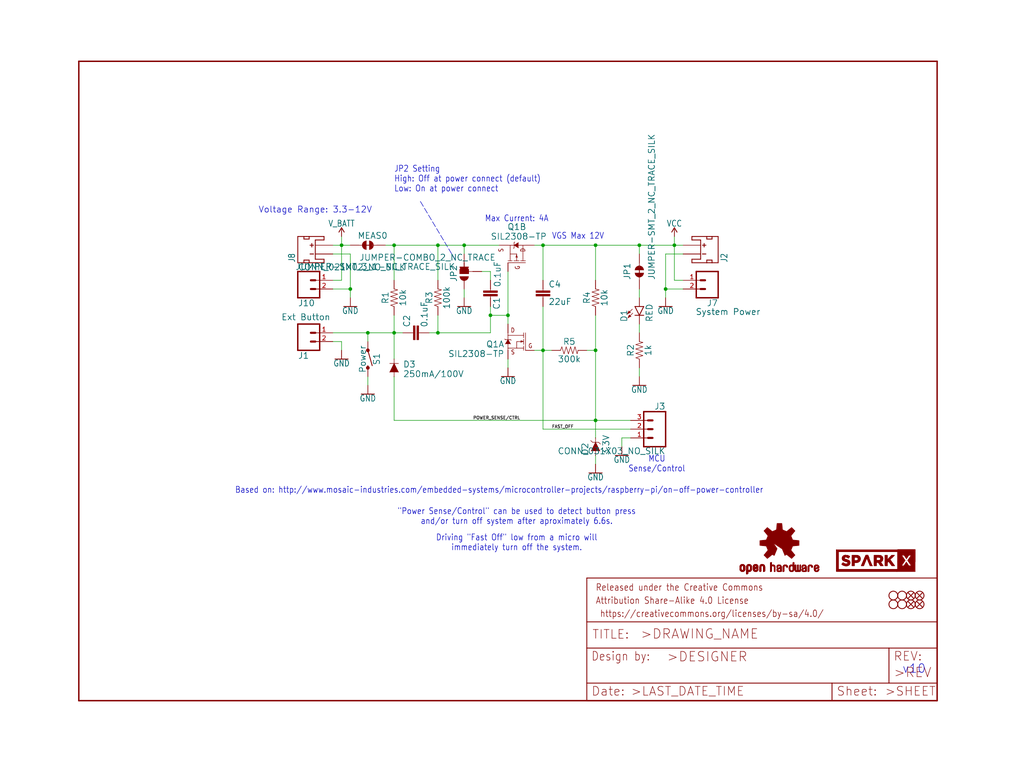
<source format=kicad_sch>
(kicad_sch (version 20211123) (generator eeschema)
  (paper "User" 297.002 223.926)
  (lib_symbols
    (symbol "eagleSchem-eagle-import:0.1UF-0603-25V-5%"
      (property "Reference" "C" (at 1.524 2.921 0))
      (property "Value" "0.1UF-0603-25V-5%" (at 1.524 -2.159 0))
      (symbol "0.1UF-0603-25V-5%_1_0"
        (pin passive line (at 0 5.08 270) (length 2.54) (name "1") (number "1"))
        (pin passive line (at 0 -2.54 90) (length 2.54) (name "2") (number "2"))
      )
    )
    (symbol "eagleSchem-eagle-import:100KOHM-0603-1{slash}10W-1%"
      (property "Reference" "R" (at 0 1.524 0))
      (property "Value" "100KOHM-0603-1{slash}10W-1%" (at 0 -1.524 0))
      (symbol "100KOHM-0603-1{slash}10W-1%_1_0"
        (pin passive line (at -5.08 0 0) (length 2.54) (name "1") (number "1"))
        (pin passive line (at 5.08 0 180) (length 2.54) (name "2") (number "2"))
      )
    )
    (symbol "eagleSchem-eagle-import:10KOHM-0603-1{slash}10W-1%"
      (property "Reference" "R" (at 0 1.524 0))
      (property "Value" "10KOHM-0603-1{slash}10W-1%" (at 0 -1.524 0))
      (symbol "10KOHM-0603-1{slash}10W-1%_1_0"
        (pin passive line (at -5.08 0 0) (length 2.54) (name "1") (number "1"))
        (pin passive line (at 5.08 0 180) (length 2.54) (name "2") (number "2"))
      )
    )
    (symbol "eagleSchem-eagle-import:1KOHM-0603-1{slash}10W-1%"
      (property "Reference" "R" (at 0 1.524 0))
      (property "Value" "1KOHM-0603-1{slash}10W-1%" (at 0 -1.524 0))
      (symbol "1KOHM-0603-1{slash}10W-1%_1_0"
        (pin passive line (at -5.08 0 0) (length 2.54) (name "1") (number "1"))
        (pin passive line (at 5.08 0 180) (length 2.54) (name "2") (number "2"))
      )
    )
    (symbol "eagleSchem-eagle-import:22UF-0805-16V-20%"
      (property "Reference" "C" (at 1.524 2.921 0))
      (property "Value" "22UF-0805-16V-20%" (at 1.524 -2.159 0))
      (symbol "22UF-0805-16V-20%_1_0"
        (pin passive line (at 0 5.08 270) (length 2.54) (name "1") (number "1"))
        (pin passive line (at 0 -2.54 90) (length 2.54) (name "2") (number "2"))
      )
    )
    (symbol "eagleSchem-eagle-import:300KOHM-0603-1{slash}10W-1%"
      (property "Reference" "R" (at 0 1.524 0))
      (property "Value" "300KOHM-0603-1{slash}10W-1%" (at 0 -1.524 0))
      (symbol "300KOHM-0603-1{slash}10W-1%_1_0"
        (pin passive line (at -5.08 0 0) (length 2.54) (name "1") (number "1"))
        (pin passive line (at 5.08 0 180) (length 2.54) (name "2") (number "2"))
      )
    )
    (symbol "eagleSchem-eagle-import:CONN_021X02_NO_SILK"
      (property "Reference" "J" (at -2.54 5.588 0))
      (property "Value" "CONN_021X02_NO_SILK" (at -2.54 -4.826 0))
      (symbol "CONN_021X02_NO_SILK_1_0"
        (pin passive line (at 7.62 0 180) (length 5.08) (name "1") (number "1"))
        (pin passive line (at 7.62 2.54 180) (length 5.08) (name "2") (number "2"))
      )
    )
    (symbol "eagleSchem-eagle-import:CONN_031X03_NO_SILK"
      (property "Reference" "J" (at -2.54 5.588 0))
      (property "Value" "CONN_031X03_NO_SILK" (at -2.54 -7.366 0))
      (symbol "CONN_031X03_NO_SILK_1_0"
        (pin passive line (at 7.62 -2.54 180) (length 5.08) (name "1") (number "1"))
        (pin passive line (at 7.62 0 180) (length 5.08) (name "2") (number "2"))
        (pin passive line (at 7.62 2.54 180) (length 5.08) (name "3") (number "3"))
      )
    )
    (symbol "eagleSchem-eagle-import:DIODE-BAS16J"
      (property "Reference" "D" (at -2.54 2.032 0))
      (property "Value" "DIODE-BAS16J" (at -2.54 -2.032 0))
      (symbol "DIODE-BAS16J_1_0"
        (pin passive line (at -2.54 0 0) (length 0) (name "A") (number "A"))
        (pin passive line (at 2.54 0 180) (length 0) (name "C") (number "C"))
      )
    )
    (symbol "eagleSchem-eagle-import:DIODE-ZENER-MM3Z3V3T1G"
      (property "Reference" "D" (at -2.54 2.032 0))
      (property "Value" "DIODE-ZENER-MM3Z3V3T1G" (at -2.54 -2.032 0))
      (symbol "DIODE-ZENER-MM3Z3V3T1G_1_0"
        (pin passive line (at -2.54 0 0) (length 0) (name "A") (number "A"))
        (pin passive line (at 2.54 0 180) (length 0) (name "C") (number "C"))
      )
    )
    (symbol "eagleSchem-eagle-import:FIDUCIAL1X2")
    (symbol "eagleSchem-eagle-import:FRAME-LETTER"
      (symbol "FRAME-LETTER_2_0"
        (text " https://creativecommons.org/licenses/by-sa/4.0/" (at 2.54 24.13 0) (effects (font (size 1.9304 1.6408)) (justify left bottom)))
        (text ">DESIGNER" (at 23.114 11.176 0) (effects (font (size 2.7432 2.7432)) (justify left bottom)))
        (text ">DRAWING_NAME" (at 15.494 17.78 0) (effects (font (size 2.7432 2.7432)) (justify left bottom)))
        (text ">LAST_DATE_TIME" (at 12.7 1.27 0) (effects (font (size 2.54 2.54)) (justify left bottom)))
        (text ">REV" (at 88.9 6.604 0) (effects (font (size 2.7432 2.7432)) (justify left bottom)))
        (text ">SHEET" (at 86.36 1.27 0) (effects (font (size 2.54 2.54)) (justify left bottom)))
        (text "Attribution Share-Alike 4.0 License" (at 2.54 27.94 0) (effects (font (size 1.9304 1.6408)) (justify left bottom)))
        (text "Date:" (at 1.27 1.27 0) (effects (font (size 2.54 2.54)) (justify left bottom)))
        (text "Design by:" (at 1.27 11.43 0) (effects (font (size 2.54 2.159)) (justify left bottom)))
        (text "Released under the Creative Commons" (at 2.54 31.75 0) (effects (font (size 1.9304 1.6408)) (justify left bottom)))
        (text "REV:" (at 88.9 11.43 0) (effects (font (size 2.54 2.54)) (justify left bottom)))
        (text "Sheet:" (at 72.39 1.27 0) (effects (font (size 2.54 2.54)) (justify left bottom)))
        (text "TITLE:" (at 1.524 17.78 0) (effects (font (size 2.54 2.54)) (justify left bottom)))
      )
    )
    (symbol "eagleSchem-eagle-import:GND" (power)
      (property "Value" "GND" (at 0 -0.254 0))
      (symbol "GND_1_0"
        (pin power_in line (at 0 2.54 270) (length 2.54) (name "GND") (number "1"))
      )
    )
    (symbol "eagleSchem-eagle-import:JST_2MM_MALE"
      (property "Reference" "J" (at -2.54 5.842 0))
      (symbol "JST_2MM_MALE_1_0"
        (pin bidirectional line (at 0 -5.08 90) (length 5.08) (name "-") (number "1"))
        (pin bidirectional line (at 2.54 -5.08 90) (length 5.08) (name "+") (number "2"))
        (pin bidirectional line (at -2.54 2.54 90) (length 0) (name "PAD1") (number "NC1"))
        (pin bidirectional line (at 5.08 2.54 90) (length 0) (name "PAD2") (number "NC2"))
      )
    )
    (symbol "eagleSchem-eagle-import:JUMPER-COMBO_2_NC_TRACE"
      (property "Reference" "JP" (at -2.54 2.54 0))
      (property "Value" "JUMPER-COMBO_2_NC_TRACE" (at -2.54 -2.54 0))
      (symbol "JUMPER-COMBO_2_NC_TRACE_1_0"
        (pin passive line (at -5.08 0 0) (length 2.54) (name "1") (number "1"))
        (pin passive line (at 5.08 0 180) (length 2.54) (name "2") (number "2"))
        (pin passive line (at -5.08 0 0) (length 2.54) (name "1") (number "3"))
        (pin passive line (at 5.08 0 180) (length 2.54) (name "2") (number "4"))
      )
    )
    (symbol "eagleSchem-eagle-import:JUMPER-SMT_2_NC_TRACE_SILK"
      (property "Reference" "JP" (at -2.54 2.54 0))
      (property "Value" "JUMPER-SMT_2_NC_TRACE_SILK" (at -2.54 -2.54 0))
      (symbol "JUMPER-SMT_2_NC_TRACE_SILK_1_0"
        (pin passive line (at -5.08 0 0) (length 2.54) (name "1") (number "1"))
        (pin passive line (at 5.08 0 180) (length 2.54) (name "2") (number "2"))
      )
    )
    (symbol "eagleSchem-eagle-import:JUMPER-SMT_3_1-NC_TRACE_SILK"
      (property "Reference" "JP" (at 2.54 0.381 0))
      (property "Value" "JUMPER-SMT_3_1-NC_TRACE_SILK" (at 2.54 -0.381 0))
      (symbol "JUMPER-SMT_3_1-NC_TRACE_SILK_1_0"
        (pin passive line (at 0 5.08 270) (length 2.54) (name "1") (number "1"))
        (pin passive line (at -5.08 0 0) (length 2.54) (name "2") (number "2"))
        (pin passive line (at 0 -5.08 90) (length 2.54) (name "3") (number "3"))
      )
    )
    (symbol "eagleSchem-eagle-import:LED-RED0603"
      (property "Reference" "D" (at -3.429 -4.572 90))
      (property "Value" "LED-RED0603" (at 1.905 -4.572 90))
      (symbol "LED-RED0603_1_0"
        (pin passive line (at 0 2.54 270) (length 2.54) (name "A") (number "A"))
        (pin passive line (at 0 -5.08 90) (length 2.54) (name "C") (number "C"))
      )
    )
    (symbol "eagleSchem-eagle-import:MOMENTARY-SWITCH-SPST-SMD-5.2MM-TALL"
      (property "Reference" "S" (at 0 1.524 0))
      (property "Value" "MOMENTARY-SWITCH-SPST-SMD-5.2MM-TALL" (at 0 -0.508 0))
      (symbol "MOMENTARY-SWITCH-SPST-SMD-5.2MM-TALL_1_0"
        (pin passive line (at -5.08 0 0) (length 2.54) (name "1") (number "1"))
        (pin passive line (at 5.08 0 180) (length 2.54) (name "2") (number "3"))
      )
    )
    (symbol "eagleSchem-eagle-import:MOSFET_COMPLIMENTARY_PAIR-SIL2308"
      (property "Reference" "Q" (at 5.08 0 0))
      (property "Value" "MOSFET_COMPLIMENTARY_PAIR-SIL2308" (at 5.08 -2.54 0))
      (symbol "MOSFET_COMPLIMENTARY_PAIR-SIL2308_1_0"
        (text "D" (at 0.508 2.54 0) (effects (font (size 1.27 1.0795)) (justify left bottom)))
        (text "G" (at -3.302 -0.508 0) (effects (font (size 1.27 1.0795)) (justify right top)))
        (text "S" (at 0.508 -3.81 0) (effects (font (size 1.27 1.0795)) (justify left bottom)))
        (pin bidirectional line (at 2.54 5.08 270) (length 2.54) (name "D") (number "D1"))
        (pin bidirectional line (at -5.08 -2.54 0) (length 2.54) (name "G") (number "G1"))
        (pin bidirectional line (at 2.54 -5.08 90) (length 2.54) (name "S") (number "S1"))
      )
      (symbol "MOSFET_COMPLIMENTARY_PAIR-SIL2308_2_0"
        (text "D" (at 0.508 2.54 0) (effects (font (size 1.27 1.0795)) (justify left bottom)))
        (text "G" (at -3.302 -0.508 0) (effects (font (size 1.27 1.0795)) (justify right top)))
        (text "S" (at 0.508 -3.81 0) (effects (font (size 1.27 1.0795)) (justify left bottom)))
        (pin bidirectional line (at 2.54 5.08 270) (length 2.54) (name "D") (number "D2"))
        (pin bidirectional line (at -5.08 -2.54 0) (length 2.54) (name "G") (number "G2"))
        (pin bidirectional line (at 2.54 -5.08 90) (length 2.54) (name "S") (number "S2"))
      )
    )
    (symbol "eagleSchem-eagle-import:OSHW-LOGOS")
    (symbol "eagleSchem-eagle-import:SPARKX-LOGO2")
    (symbol "eagleSchem-eagle-import:SPARKX-LOGO3")
    (symbol "eagleSchem-eagle-import:STAND-OFF")
    (symbol "eagleSchem-eagle-import:VCC" (power)
      (property "Value" "VCC" (at 0 2.794 0))
      (symbol "VCC_1_0"
        (pin power_in line (at 0 0 90) (length 2.54) (name "VCC") (number "1"))
      )
    )
    (symbol "eagleSchem-eagle-import:V_BATT" (power)
      (property "Value" "V_BATT" (at 0 2.794 0))
      (symbol "V_BATT_1_0"
        (pin power_in line (at 0 0 90) (length 2.54) (name "V_BATT") (number "1"))
      )
    )
  )
  (junction (at 99.06 71.12))
  (junction (at 134.62 71.12))
  (junction (at 172.72 71.12))
  (junction (at 114.3 71.12))
  (junction (at 157.48 101.6))
  (junction (at 185.42 71.12))
  (junction (at 172.72 101.6))
  (junction (at 114.3 96.52))
  (junction (at 106.68 96.52))
  (junction (at 195.58 71.12))
  (junction (at 127 71.12))
  (junction (at 127 96.52))
  (junction (at 193.04 83.82))
  (junction (at 147.32 91.44))
  (junction (at 157.48 71.12))
  (junction (at 142.24 91.44))
  (junction (at 172.72 121.92))
  (junction (at 101.6 83.82))
  (wire (pts (xy 99.06 81.28) (xy 99.06 71.12)))
  (wire (pts (xy 144.78 71.12) (xy 134.62 71.12)))
  (wire (pts (xy 127 81.28) (xy 127 71.12)))
  (wire (pts (xy 147.32 91.44) (xy 142.24 91.44)))
  (wire (pts (xy 101.6 71.12) (xy 99.06 71.12)))
  (wire (pts (xy 180.34 127) (xy 180.34 129.54)))
  (wire (pts (xy 193.04 73.66) (xy 193.04 83.82)))
  (wire (pts (xy 195.58 68.58) (xy 195.58 71.12)))
  (wire (pts (xy 185.42 93.98) (xy 185.42 96.52)))
  (wire (pts (xy 99.06 71.12) (xy 99.06 68.58)))
  (wire (pts (xy 195.58 81.28) (xy 195.58 71.12)))
  (wire (pts (xy 198.12 73.66) (xy 193.04 73.66)))
  (wire (pts (xy 157.48 81.28) (xy 157.48 71.12)))
  (wire (pts (xy 172.72 81.28) (xy 172.72 71.12)))
  (wire (pts (xy 96.52 73.66) (xy 101.6 73.66)))
  (wire (pts (xy 198.12 71.12) (xy 195.58 71.12)))
  (wire (pts (xy 127 96.52) (xy 142.24 96.52)))
  (wire (pts (xy 172.72 121.92) (xy 114.3 121.92)))
  (wire (pts (xy 157.48 101.6) (xy 160.02 101.6)))
  (wire (pts (xy 142.24 96.52) (xy 142.24 91.44)))
  (wire (pts (xy 157.48 101.6) (xy 157.48 124.46)))
  (wire (pts (xy 172.72 121.92) (xy 172.72 127)))
  (wire (pts (xy 157.48 101.6) (xy 157.48 88.9)))
  (wire (pts (xy 172.72 101.6) (xy 172.72 91.44)))
  (wire (pts (xy 154.94 101.6) (xy 157.48 101.6)))
  (wire (pts (xy 106.68 111.76) (xy 106.68 109.22)))
  (wire (pts (xy 172.72 121.92) (xy 182.88 121.92)))
  (wire (pts (xy 114.3 104.14) (xy 114.3 96.52)))
  (wire (pts (xy 116.84 96.52) (xy 114.3 96.52)))
  (wire (pts (xy 101.6 83.82) (xy 101.6 86.36)))
  (wire (pts (xy 96.52 83.82) (xy 101.6 83.82)))
  (wire (pts (xy 124.46 96.52) (xy 127 96.52)))
  (wire (pts (xy 147.32 104.14) (xy 147.32 106.68)))
  (wire (pts (xy 101.6 83.82) (xy 101.6 73.66)))
  (wire (pts (xy 198.12 83.82) (xy 193.04 83.82)))
  (wire (pts (xy 172.72 101.6) (xy 172.72 121.92)))
  (wire (pts (xy 139.7 78.74) (xy 142.24 78.74)))
  (wire (pts (xy 134.62 73.66) (xy 134.62 71.12)))
  (wire (pts (xy 134.62 83.82) (xy 134.62 86.36)))
  (wire (pts (xy 114.3 121.92) (xy 114.3 109.22)))
  (wire (pts (xy 99.06 99.06) (xy 99.06 101.6)))
  (wire (pts (xy 96.52 81.28) (xy 99.06 81.28)))
  (wire (pts (xy 185.42 73.66) (xy 185.42 71.12)))
  (wire (pts (xy 142.24 91.44) (xy 142.24 88.9)))
  (wire (pts (xy 142.24 78.74) (xy 142.24 81.28)))
  (wire (pts (xy 157.48 71.12) (xy 172.72 71.12)))
  (polyline (pts (xy 121.92 58.42) (xy 132.08 75.438)))
  (wire (pts (xy 195.58 71.12) (xy 185.42 71.12)))
  (wire (pts (xy 172.72 134.62) (xy 172.72 132.08)))
  (wire (pts (xy 147.32 91.44) (xy 147.32 93.98)))
  (wire (pts (xy 170.18 101.6) (xy 172.72 101.6)))
  (wire (pts (xy 99.06 71.12) (xy 96.52 71.12)))
  (wire (pts (xy 185.42 109.22) (xy 185.42 106.68)))
  (wire (pts (xy 96.52 99.06) (xy 99.06 99.06)))
  (wire (pts (xy 114.3 96.52) (xy 106.68 96.52)))
  (wire (pts (xy 185.42 83.82) (xy 185.42 86.36)))
  (wire (pts (xy 134.62 71.12) (xy 127 71.12)))
  (wire (pts (xy 154.94 71.12) (xy 157.48 71.12)))
  (wire (pts (xy 193.04 83.82) (xy 193.04 86.36)))
  (wire (pts (xy 96.52 96.52) (xy 106.68 96.52)))
  (wire (pts (xy 114.3 96.52) (xy 114.3 91.44)))
  (wire (pts (xy 127 96.52) (xy 127 91.44)))
  (wire (pts (xy 147.32 78.74) (xy 147.32 91.44)))
  (wire (pts (xy 198.12 81.28) (xy 195.58 81.28)))
  (wire (pts (xy 114.3 81.28) (xy 114.3 71.12)))
  (wire (pts (xy 172.72 71.12) (xy 185.42 71.12)))
  (wire (pts (xy 157.48 124.46) (xy 182.88 124.46)))
  (wire (pts (xy 114.3 71.12) (xy 111.76 71.12)))
  (wire (pts (xy 106.68 96.52) (xy 106.68 99.06)))
  (wire (pts (xy 127 71.12) (xy 114.3 71.12)))
  (wire (pts (xy 182.88 127) (xy 180.34 127)))
  (text "VGS Max 12V" (at 160.02 69.596 180) (effects (font (size 1.778 1.5113)) (justify left bottom)))
  (text "\"Power Sense/Control\" can be used to detect button press\nand/or turn off system after aproximately 6.6s." (at 149.86 149.86 0) (effects (font (size 1.778 1.5113))))
  (text "Voltage Range: 3.3-12V" (at 91.44 60.96 180) (effects (font (size 1.778 1.778))))
  (text "Based on: http://www.mosaic-industries.com/embedded-systems/microcontroller-projects/raspberry-pi/on-off-power-controller" (at 144.78 142.24 0) (effects (font (size 1.778 1.5113))))
  (text "Driving \"Fast Off\" low from a micro will\nimmediately turn off the system." (at 149.86 157.48 0) (effects (font (size 1.778 1.5113))))
  (text "JP2 Setting\nHigh: Off at power connect (default)\nLow: On at power connect" (at 114.3 55.88 0) (effects (font (size 1.778 1.5113)) (justify left bottom)))
  (text "Max Current: 4A" (at 149.86 63.5 180) (effects (font (size 1.778 1.5113))))
  (text "v10" (at 261.62 195.58 180) (effects (font (size 2.54 2.54)) (justify left bottom)))
  (text "MCU\nSense/Control" (at 190.5 134.62 180) (effects (font (size 1.778 1.5113))))
  (label "FAST_OFF" (at 160.02 124.46 0) (effects (font (size 0.889 0.889))))
  (label "POWER_SENSE/CTRL" (at 137.16 121.92 0) (effects (font (size 0.889 0.889))))
  (symbol (lib_id "eagleSchem-eagle-import:OSHW-LOGOS") (at 226.06 157.48 0) (unit 1)
    (property "Reference" "LOGO1" (effects hide))
    (property "Value" "OSHW-LOGOS" (effects hide))
    (property "Footprint" "eagleSchem:OSHW-LOGO-S" (effects hide))
  )
  (symbol (lib_id "eagleSchem-eagle-import:DIODE-BAS16J") (at 114.3 106.68 90) (unit 1)
    (property "Reference" "D3" (at 116.84 106.68 90) (effects (font (size 1.778 1.778)) (justify right top)))
    (property "Value" "250mA/100V" (at 116.84 109.474 90) (effects (font (size 1.778 1.778)) (justify right top)))
    (property "Footprint" "eagleSchem:SOD-323" (effects hide))
  )
  (symbol (lib_id "eagleSchem-eagle-import:GND") (at 106.68 114.3 0) (unit 1)
    (property "Reference" "#GND14" (effects hide))
    (property "Value" "GND" (at 106.68 114.554 0) (effects (font (size 1.778 1.5113)) (justify top)))
    (property "Footprint" "eagleSchem:" (effects hide))
  )
  (symbol (lib_id "eagleSchem-eagle-import:CONN_021X02_NO_SILK") (at 88.9 81.28 0) (mirror x) (unit 1)
    (property "Reference" "J10" (at 86.36 86.868 0) (effects (font (size 1.778 1.778)) (justify left bottom)))
    (property "Value" "CONN_021X02_NO_SILK" (at 86.36 76.454 0) (effects (font (size 1.778 1.778)) (justify left bottom)))
    (property "Footprint" "eagleSchem:1X02_NO_SILK" (effects hide))
  )
  (symbol (lib_id "eagleSchem-eagle-import:300KOHM-0603-1{slash}10W-1%") (at 165.1 101.6 0) (unit 1)
    (property "Reference" "R5" (at 165.1 100.076 0) (effects (font (size 1.778 1.778)) (justify bottom)))
    (property "Value" "300k" (at 165.1 103.124 0) (effects (font (size 1.778 1.778)) (justify top)))
    (property "Footprint" "eagleSchem:0603" (effects hide))
  )
  (symbol (lib_id "eagleSchem-eagle-import:STAND-OFF") (at 259.08 175.26 0) (unit 1)
    (property "Reference" "H3" (effects hide))
    (property "Value" "STAND-OFF" (effects hide))
    (property "Footprint" "eagleSchem:STAND-OFF" (effects hide))
  )
  (symbol (lib_id "eagleSchem-eagle-import:0.1UF-0603-25V-5%") (at 121.92 96.52 90) (unit 1)
    (property "Reference" "C2" (at 118.999 94.996 0) (effects (font (size 1.778 1.778)) (justify left bottom)))
    (property "Value" "0.1uF" (at 124.079 94.996 0) (effects (font (size 1.778 1.778)) (justify left bottom)))
    (property "Footprint" "eagleSchem:0603" (effects hide))
  )
  (symbol (lib_id "eagleSchem-eagle-import:FIDUCIAL1X2") (at 266.7 175.26 0) (unit 1)
    (property "Reference" "FD4" (effects hide))
    (property "Value" "FIDUCIAL1X2" (effects hide))
    (property "Footprint" "eagleSchem:FIDUCIAL-1X2" (effects hide))
  )
  (symbol (lib_id "eagleSchem-eagle-import:JST_2MM_MALE") (at 203.2 73.66 270) (mirror x) (unit 1)
    (property "Reference" "J2" (at 209.042 76.2 0) (effects (font (size 1.778 1.5113)) (justify left bottom)))
    (property "Value" "JST_2MM_MALE" (effects hide))
    (property "Footprint" "eagleSchem:JST-2-SMD" (effects hide))
  )
  (symbol (lib_id "eagleSchem-eagle-import:VCC") (at 195.58 68.58 0) (unit 1)
    (property "Reference" "#SUPPLY1" (effects hide))
    (property "Value" "VCC" (at 195.58 65.786 0) (effects (font (size 1.778 1.5113)) (justify bottom)))
    (property "Footprint" "eagleSchem:" (effects hide))
  )
  (symbol (lib_id "eagleSchem-eagle-import:FIDUCIAL1X2") (at 264.16 175.26 0) (unit 1)
    (property "Reference" "FD2" (effects hide))
    (property "Value" "FIDUCIAL1X2" (effects hide))
    (property "Footprint" "eagleSchem:FIDUCIAL-1X2" (effects hide))
  )
  (symbol (lib_id "eagleSchem-eagle-import:JST_2MM_MALE") (at 91.44 73.66 90) (unit 1)
    (property "Reference" "J8" (at 85.598 76.2 0) (effects (font (size 1.778 1.5113)) (justify left bottom)))
    (property "Value" "JST_2MM_MALE" (effects hide))
    (property "Footprint" "eagleSchem:JST-2-SMD" (effects hide))
  )
  (symbol (lib_id "eagleSchem-eagle-import:GND") (at 99.06 104.14 0) (unit 1)
    (property "Reference" "#GND2" (effects hide))
    (property "Value" "GND" (at 99.06 104.394 0) (effects (font (size 1.778 1.5113)) (justify top)))
    (property "Footprint" "eagleSchem:" (effects hide))
  )
  (symbol (lib_id "eagleSchem-eagle-import:GND") (at 193.04 88.9 0) (unit 1)
    (property "Reference" "#GND4" (effects hide))
    (property "Value" "GND" (at 193.04 89.154 0) (effects (font (size 1.778 1.5113)) (justify top)))
    (property "Footprint" "eagleSchem:" (effects hide))
  )
  (symbol (lib_id "eagleSchem-eagle-import:100KOHM-0603-1{slash}10W-1%") (at 127 86.36 90) (unit 1)
    (property "Reference" "R3" (at 125.476 86.36 0) (effects (font (size 1.778 1.778)) (justify bottom)))
    (property "Value" "100k" (at 128.524 86.36 0) (effects (font (size 1.778 1.778)) (justify top)))
    (property "Footprint" "eagleSchem:0603" (effects hide))
  )
  (symbol (lib_id "eagleSchem-eagle-import:GND") (at 180.34 132.08 0) (unit 1)
    (property "Reference" "#GND1" (effects hide))
    (property "Value" "GND" (at 180.34 132.334 0) (effects (font (size 1.778 1.5113)) (justify top)))
    (property "Footprint" "eagleSchem:" (effects hide))
  )
  (symbol (lib_id "eagleSchem-eagle-import:FIDUCIAL1X2") (at 264.16 172.72 0) (unit 1)
    (property "Reference" "FD1" (effects hide))
    (property "Value" "FIDUCIAL1X2" (effects hide))
    (property "Footprint" "eagleSchem:FIDUCIAL-1X2" (effects hide))
  )
  (symbol (lib_id "eagleSchem-eagle-import:CONN_031X03_NO_SILK") (at 190.5 124.46 0) (mirror y) (unit 1)
    (property "Reference" "J3" (at 193.04 118.872 0) (effects (font (size 1.778 1.778)) (justify left bottom)))
    (property "Value" "CONN_031X03_NO_SILK" (at 193.04 131.826 0) (effects (font (size 1.778 1.778)) (justify left bottom)))
    (property "Footprint" "eagleSchem:1X03_NO_SILK" (effects hide))
  )
  (symbol (lib_id "eagleSchem-eagle-import:CONN_021X02_NO_SILK") (at 205.74 81.28 180) (unit 1)
    (property "Reference" "J7" (at 208.28 86.868 0) (effects (font (size 1.778 1.778)) (justify left bottom)))
    (property "Value" "System Power" (at 201.676 91.44 0) (effects (font (size 1.778 1.778)) (justify right top)))
    (property "Footprint" "eagleSchem:1X02_NO_SILK" (effects hide))
  )
  (symbol (lib_id "eagleSchem-eagle-import:LED-RED0603") (at 185.42 88.9 0) (unit 1)
    (property "Reference" "D1" (at 181.991 93.472 90) (effects (font (size 1.778 1.778)) (justify left bottom)))
    (property "Value" "RED" (at 187.325 93.472 90) (effects (font (size 1.778 1.778)) (justify left top)))
    (property "Footprint" "eagleSchem:LED-0603" (effects hide))
  )
  (symbol (lib_id "eagleSchem-eagle-import:MOMENTARY-SWITCH-SPST-SMD-5.2MM-TALL") (at 106.68 104.14 270) (unit 1)
    (property "Reference" "S1" (at 108.204 104.14 0) (effects (font (size 1.778 1.778)) (justify bottom)))
    (property "Value" "Power" (at 106.172 104.14 0) (effects (font (size 1.778 1.778)) (justify top)))
    (property "Footprint" "eagleSchem:TACTILE_SWITCH_SMD_5.2MM" (effects hide))
  )
  (symbol (lib_id "eagleSchem-eagle-import:CONN_021X02_NO_SILK") (at 88.9 96.52 0) (mirror x) (unit 1)
    (property "Reference" "J1" (at 86.36 102.108 0) (effects (font (size 1.778 1.778)) (justify left bottom)))
    (property "Value" "Ext Button" (at 81.534 92.964 0) (effects (font (size 1.778 1.778)) (justify left top)))
    (property "Footprint" "eagleSchem:1X02_NO_SILK" (effects hide))
  )
  (symbol (lib_id "eagleSchem-eagle-import:STAND-OFF") (at 261.62 172.72 0) (unit 1)
    (property "Reference" "H1" (effects hide))
    (property "Value" "STAND-OFF" (effects hide))
    (property "Footprint" "eagleSchem:STAND-OFF" (effects hide))
  )
  (symbol (lib_id "eagleSchem-eagle-import:FRAME-LETTER") (at 22.86 203.2 0) (unit 1)
    (property "Reference" "FRAME1" (effects hide))
    (property "Value" "FRAME-LETTER" (effects hide))
    (property "Footprint" "eagleSchem:CREATIVE_COMMONS" (effects hide))
  )
  (symbol (lib_id "eagleSchem-eagle-import:GND") (at 147.32 109.22 0) (unit 1)
    (property "Reference" "#GND52" (effects hide))
    (property "Value" "GND" (at 147.32 109.474 0) (effects (font (size 1.778 1.5113)) (justify top)))
    (property "Footprint" "eagleSchem:" (effects hide))
  )
  (symbol (lib_id "eagleSchem-eagle-import:GND") (at 172.72 137.16 0) (unit 1)
    (property "Reference" "#GND6" (effects hide))
    (property "Value" "GND" (at 172.72 137.414 0) (effects (font (size 1.778 1.5113)) (justify top)))
    (property "Footprint" "eagleSchem:" (effects hide))
  )
  (symbol (lib_id "eagleSchem-eagle-import:FIDUCIAL1X2") (at 266.7 172.72 0) (unit 1)
    (property "Reference" "FD3" (effects hide))
    (property "Value" "FIDUCIAL1X2" (effects hide))
    (property "Footprint" "eagleSchem:FIDUCIAL-1X2" (effects hide))
  )
  (symbol (lib_id "eagleSchem-eagle-import:JUMPER-SMT_3_1-NC_TRACE_SILK") (at 134.62 78.74 180) (unit 1)
    (property "Reference" "JP2" (at 132.588 76.708 90) (effects (font (size 1.778 1.778)) (justify left top)))
    (property "Value" "JUMPER-SMT_3_1-NC_TRACE_SILK" (at 132.08 78.359 0) (effects (font (size 1.778 1.778)) (justify left top)))
    (property "Footprint" "eagleSchem:SMT-JUMPER_3_1-NC_TRACE_SILK" (effects hide))
  )
  (symbol (lib_id "eagleSchem-eagle-import:STAND-OFF") (at 261.62 175.26 0) (unit 1)
    (property "Reference" "H2" (effects hide))
    (property "Value" "STAND-OFF" (effects hide))
    (property "Footprint" "eagleSchem:STAND-OFF" (effects hide))
  )
  (symbol (lib_id "eagleSchem-eagle-import:SPARKX-LOGO2") (at 254 162.56 0) (unit 1)
    (property "Reference" "U$15" (effects hide))
    (property "Value" "SPARKX-LOGO2" (effects hide))
    (property "Footprint" "eagleSchem:SPARKX-TINY" (effects hide))
  )
  (symbol (lib_id "eagleSchem-eagle-import:GND") (at 134.62 88.9 0) (unit 1)
    (property "Reference" "#GND5" (effects hide))
    (property "Value" "GND" (at 134.62 89.154 0) (effects (font (size 1.778 1.5113)) (justify top)))
    (property "Footprint" "eagleSchem:" (effects hide))
  )
  (symbol (lib_id "eagleSchem-eagle-import:10KOHM-0603-1{slash}10W-1%") (at 172.72 86.36 90) (unit 1)
    (property "Reference" "R4" (at 171.196 86.36 0) (effects (font (size 1.778 1.778)) (justify bottom)))
    (property "Value" "10k" (at 174.244 86.36 0) (effects (font (size 1.778 1.778)) (justify top)))
    (property "Footprint" "eagleSchem:0603" (effects hide))
  )
  (symbol (lib_id "eagleSchem-eagle-import:GND") (at 185.42 111.76 0) (unit 1)
    (property "Reference" "#GND3" (effects hide))
    (property "Value" "GND" (at 185.42 112.014 0) (effects (font (size 1.778 1.5113)) (justify top)))
    (property "Footprint" "eagleSchem:" (effects hide))
  )
  (symbol (lib_id "eagleSchem-eagle-import:0.1UF-0603-25V-5%") (at 142.24 83.82 180) (unit 1)
    (property "Reference" "C1" (at 143.002 86.106 90) (effects (font (size 1.778 1.778)) (justify left bottom)))
    (property "Value" "0.1uF" (at 143.256 75.692 90) (effects (font (size 1.778 1.778)) (justify left bottom)))
    (property "Footprint" "eagleSchem:0603" (effects hide))
  )
  (symbol (lib_id "eagleSchem-eagle-import:MOSFET_COMPLIMENTARY_PAIR-SIL2308") (at 149.86 99.06 0) (mirror y) (unit 1)
    (property "Reference" "Q1" (at 146.304 100.838 0) (effects (font (size 1.778 1.778)) (justify left bottom)))
    (property "Value" "SIL2308-TP" (at 146.304 103.632 0) (effects (font (size 1.778 1.778)) (justify left bottom)))
    (property "Footprint" "eagleSchem:SOT26" (effects hide))
  )
  (symbol (lib_id "eagleSchem-eagle-import:SPARKX-LOGO3") (at 254 162.56 0) (unit 1)
    (property "Reference" "U$1" (effects hide))
    (property "Value" "SPARKX-LOGO3" (effects hide))
    (property "Footprint" "eagleSchem:SPARKX-SMALL" (effects hide))
  )
  (symbol (lib_id "eagleSchem-eagle-import:22UF-0805-16V-20%") (at 157.48 86.36 0) (unit 1)
    (property "Reference" "C4" (at 159.004 83.439 0) (effects (font (size 1.778 1.778)) (justify left bottom)))
    (property "Value" "22uF" (at 159.004 88.519 0) (effects (font (size 1.778 1.778)) (justify left bottom)))
    (property "Footprint" "eagleSchem:0805" (effects hide))
  )
  (symbol (lib_id "eagleSchem-eagle-import:V_BATT") (at 99.06 68.58 0) (mirror y) (unit 1)
    (property "Reference" "#SUPPLY25" (effects hide))
    (property "Value" "V_BATT" (at 99.06 65.786 0) (effects (font (size 1.778 1.5113)) (justify bottom)))
    (property "Footprint" "eagleSchem:" (effects hide))
  )
  (symbol (lib_id "eagleSchem-eagle-import:GND") (at 101.6 88.9 0) (mirror y) (unit 1)
    (property "Reference" "#GND62" (effects hide))
    (property "Value" "GND" (at 101.6 89.154 0) (effects (font (size 1.778 1.5113)) (justify top)))
    (property "Footprint" "eagleSchem:" (effects hide))
  )
  (symbol (lib_id "eagleSchem-eagle-import:JUMPER-SMT_2_NC_TRACE_SILK") (at 185.42 78.74 90) (unit 1)
    (property "Reference" "JP1" (at 182.88 81.28 0) (effects (font (size 1.778 1.778)) (justify left bottom)))
    (property "Value" "JUMPER-SMT_2_NC_TRACE_SILK" (at 187.96 81.28 0) (effects (font (size 1.778 1.778)) (justify left top)))
    (property "Footprint" "eagleSchem:SMT-JUMPER_2_NC_TRACE_SILK" (effects hide))
  )
  (symbol (lib_id "eagleSchem-eagle-import:1KOHM-0603-1{slash}10W-1%") (at 185.42 101.6 90) (unit 1)
    (property "Reference" "R2" (at 183.896 101.6 0) (effects (font (size 1.778 1.778)) (justify bottom)))
    (property "Value" "1k" (at 186.944 101.6 0) (effects (font (size 1.778 1.778)) (justify top)))
    (property "Footprint" "eagleSchem:0603" (effects hide))
  )
  (symbol (lib_id "eagleSchem-eagle-import:10KOHM-0603-1{slash}10W-1%") (at 114.3 86.36 90) (unit 1)
    (property "Reference" "R1" (at 112.776 86.36 0) (effects (font (size 1.778 1.778)) (justify bottom)))
    (property "Value" "10k" (at 115.824 86.36 0) (effects (font (size 1.778 1.778)) (justify top)))
    (property "Footprint" "eagleSchem:0603" (effects hide))
  )
  (symbol (lib_id "eagleSchem-eagle-import:DIODE-ZENER-MM3Z3V3T1G") (at 172.72 129.54 90) (unit 1)
    (property "Reference" "D2" (at 170.688 132.08 0) (effects (font (size 1.778 1.778)) (justify left bottom)))
    (property "Value" "3.3V" (at 174.752 132.08 0) (effects (font (size 1.778 1.778)) (justify left top)))
    (property "Footprint" "eagleSchem:SOD-323" (effects hide))
  )
  (symbol (lib_id "eagleSchem-eagle-import:MOSFET_COMPLIMENTARY_PAIR-SIL2308") (at 149.86 73.66 270) (mirror x) (unit 2)
    (property "Reference" "Q1" (at 147.066 66.802 90) (effects (font (size 1.778 1.778)) (justify left top)))
    (property "Value" "SIL2308-TP" (at 142.24 69.596 90) (effects (font (size 1.778 1.778)) (justify left top)))
    (property "Footprint" "eagleSchem:SOT26" (effects hide))
  )
  (symbol (lib_id "eagleSchem-eagle-import:STAND-OFF") (at 259.08 172.72 0) (unit 1)
    (property "Reference" "H4" (effects hide))
    (property "Value" "STAND-OFF" (effects hide))
    (property "Footprint" "eagleSchem:STAND-OFF" (effects hide))
  )
  (symbol (lib_id "eagleSchem-eagle-import:FRAME-LETTER") (at 170.18 203.2 0) (unit 2)
    (property "Reference" "FRAME1" (effects hide))
    (property "Value" "FRAME-LETTER" (effects hide))
    (property "Footprint" "eagleSchem:CREATIVE_COMMONS" (effects hide))
  )
  (symbol (lib_id "eagleSchem-eagle-import:JUMPER-COMBO_2_NC_TRACE") (at 106.68 71.12 0) (unit 1)
    (property "Reference" "MEAS0" (at 103.632 69.342 0) (effects (font (size 1.778 1.778)) (justify left bottom)))
    (property "Value" "JUMPER-COMBO_2_NC_TRACE" (at 104.14 73.66 0) (effects (font (size 1.778 1.778)) (justify left top)))
    (property "Footprint" "eagleSchem:COMBO-JUMPER_2_NC_TRACE" (effects hide))
  )
)
</source>
